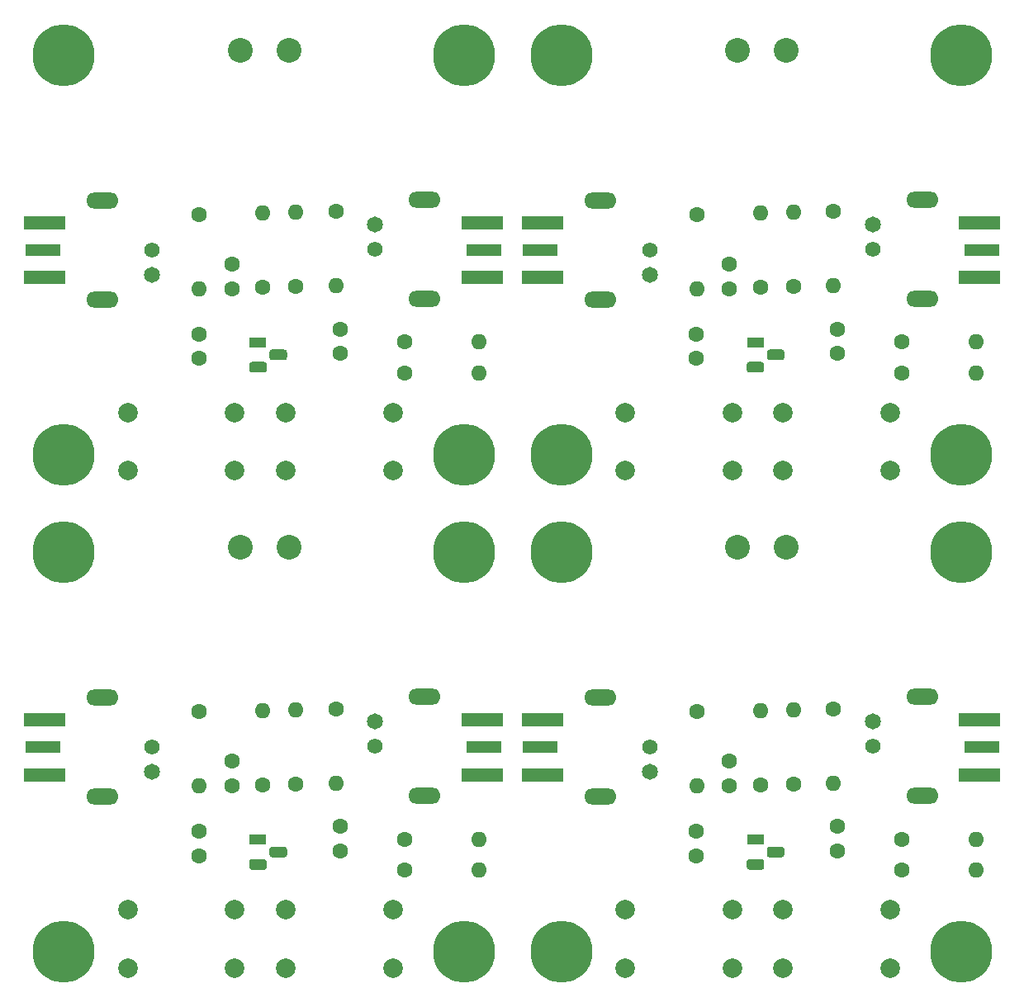
<source format=gts>
%MOIN*%
%OFA0B0*%
%FSLAX46Y46*%
%IPPOS*%
%LPD*%
%ADD10C,0.25*%
%ADD11C,0.062992125984251982*%
%ADD12C,0.062*%
%ADD13C,0.065*%
%ADD14O,0.13X0.065*%
%ADD15R,0.070866141732283464X0.043307086614173235*%
%ADD16O,0.062992125984251982X0.062992125984251982*%
%ADD17C,0.07874015748031496*%
%ADD18R,0.16535433070866143X0.053149606299212608*%
%ADD19R,0.14173228346456693X0.05*%
%ADD20C,0.1*%
%ADD31C,0.25*%
%ADD32C,0.062992125984251982*%
%ADD33C,0.062*%
%ADD34C,0.065*%
%ADD35O,0.13X0.065*%
%ADD36R,0.070866141732283464X0.043307086614173235*%
%ADD37O,0.062992125984251982X0.062992125984251982*%
%ADD38C,0.07874015748031496*%
%ADD39R,0.16535433070866143X0.053149606299212608*%
%ADD40R,0.14173228346456693X0.05*%
%ADD41C,0.1*%
%ADD42C,0.25*%
%ADD43C,0.062992125984251982*%
%ADD44C,0.062*%
%ADD45C,0.065*%
%ADD46O,0.13X0.065*%
%ADD47R,0.070866141732283464X0.043307086614173235*%
%ADD48O,0.062992125984251982X0.062992125984251982*%
%ADD49C,0.07874015748031496*%
%ADD50R,0.16535433070866143X0.053149606299212608*%
%ADD51R,0.14173228346456693X0.05*%
%ADD52C,0.1*%
%ADD53C,0.25*%
%ADD54C,0.062992125984251982*%
%ADD55C,0.062*%
%ADD56C,0.065*%
%ADD57O,0.13X0.065*%
%ADD58R,0.070866141732283464X0.043307086614173235*%
%ADD59O,0.062992125984251982X0.062992125984251982*%
%ADD60C,0.07874015748031496*%
%ADD61R,0.16535433070866143X0.053149606299212608*%
%ADD62R,0.14173228346456693X0.05*%
%ADD63C,0.1*%
G01*
D10*
X-0002600000Y0003329133D02*
X0000157480Y0001771653D03*
X0001771653Y0001771653D03*
X0000157480Y0000157480D03*
X0001771653Y0000157480D03*
D11*
X0000701999Y0000645559D03*
X0000701999Y0000547133D03*
X0001271999Y0000567133D03*
X0001271999Y0000665559D03*
X0000834999Y0000829133D03*
X0000834999Y0000927559D03*
D12*
X0000513999Y0000985133D03*
D13*
X0000513999Y0000885133D03*
D14*
X0000314000Y0000785133D03*
X0000314000Y0001185133D03*
X0001613999Y0000788133D03*
X0001613999Y0001188133D03*
D13*
X0001414000Y0001088133D03*
D12*
X0001414000Y0000988133D03*
G36*
G01*
X0000998141Y0000582787D02*
X0001047354Y0000582787D01*
G75*
G02*
X0001058181Y0000571960J-0000010826D01*
G01*
X0001058181Y0000550307D01*
G75*
G02*
X0001047354Y0000539480I-0000010826D01*
G01*
X0000998141Y0000539480D01*
G75*
G02*
X0000987314Y0000550307J0000010826D01*
G01*
X0000987314Y0000571960D01*
G75*
G02*
X0000998141Y0000582787I0000010826D01*
G01*
G37*
G36*
G01*
X0000916645Y0000532787D02*
X0000965858Y0000532787D01*
G75*
G02*
X0000976685Y0000521960J-0000010826D01*
G01*
X0000976685Y0000500307D01*
G75*
G02*
X0000965858Y0000489480I-0000010826D01*
G01*
X0000916645Y0000489480D01*
G75*
G02*
X0000905818Y0000500307J0000010826D01*
G01*
X0000905818Y0000521960D01*
G75*
G02*
X0000916645Y0000532787I0000010826D01*
G01*
G37*
D15*
X0000941251Y0000611133D03*
D16*
X0001254999Y0000840133D03*
D11*
X0001254999Y0001140133D03*
X0001093999Y0000837133D03*
D16*
X0001093999Y0001137133D03*
X0000960999Y0001133133D03*
D11*
X0000960999Y0000833133D03*
X0000703999Y0001129133D03*
D16*
X0000703999Y0000829133D03*
D11*
X0001531999Y0000489133D03*
D16*
X0001831999Y0000489133D03*
X0001831999Y0000613133D03*
D11*
X0001531999Y0000613133D03*
D17*
X0001051999Y0000093133D03*
X0001485070Y0000093133D03*
X0001051999Y0000329354D03*
X0001485070Y0000329354D03*
X0000848070Y0000329354D03*
X0000414999Y0000329354D03*
X0000848070Y0000093133D03*
X0000414999Y0000093133D03*
D18*
X0000080999Y0001095354D03*
X0000080999Y0000872913D03*
D19*
X0000073125Y0000984133D03*
X0001853873Y0000984251D03*
D18*
X0001845999Y0001095472D03*
X0001845999Y0000873031D03*
D20*
X0001066850Y0001791133D03*
X0000870000Y0001791133D03*
G04 next file*
G04 Gerber Fmt 4.6, Leading zero omitted, Abs format (unit mm)*
G04 Created by KiCad (PCBNEW (5.1.10)-1) date 2021-09-22 18:06:51*
G01*
G04 APERTURE LIST*
G04 APERTURE END LIST*
D31*
X-0000592125Y0003329133D02*
X0002165354Y0001771653D03*
X0003779527Y0001771653D03*
X0002165354Y0000157480D03*
X0003779527Y0000157480D03*
D32*
X0002709874Y0000645559D03*
X0002709874Y0000547133D03*
X0003279873Y0000567133D03*
X0003279873Y0000665559D03*
X0002842873Y0000829133D03*
X0002842873Y0000927559D03*
D33*
X0002521874Y0000985133D03*
D34*
X0002521874Y0000885133D03*
D35*
X0002321874Y0000785133D03*
X0002321874Y0001185133D03*
X0003621874Y0000788133D03*
X0003621874Y0001188133D03*
D34*
X0003421874Y0001088133D03*
D33*
X0003421874Y0000988133D03*
G36*
G01*
X0003006015Y0000582787D02*
X0003055228Y0000582787D01*
G75*
G02*
X0003066055Y0000571960J-0000010826D01*
G01*
X0003066055Y0000550307D01*
G75*
G02*
X0003055228Y0000539480I-0000010826D01*
G01*
X0003006015Y0000539480D01*
G75*
G02*
X0002995188Y0000550307J0000010826D01*
G01*
X0002995188Y0000571960D01*
G75*
G02*
X0003006015Y0000582787I0000010826D01*
G01*
G37*
G36*
G01*
X0002924519Y0000532787D02*
X0002973732Y0000532787D01*
G75*
G02*
X0002984559Y0000521960J-0000010826D01*
G01*
X0002984559Y0000500307D01*
G75*
G02*
X0002973732Y0000489480I-0000010826D01*
G01*
X0002924519Y0000489480D01*
G75*
G02*
X0002913692Y0000500307J0000010826D01*
G01*
X0002913692Y0000521960D01*
G75*
G02*
X0002924519Y0000532787I0000010826D01*
G01*
G37*
D36*
X0002949125Y0000611133D03*
D37*
X0003262874Y0000840133D03*
D32*
X0003262874Y0001140133D03*
X0003101874Y0000837133D03*
D37*
X0003101874Y0001137133D03*
X0002968873Y0001133133D03*
D32*
X0002968873Y0000833133D03*
X0002711873Y0001129133D03*
D37*
X0002711873Y0000829133D03*
D32*
X0003539873Y0000489133D03*
D37*
X0003839874Y0000489133D03*
X0003839874Y0000613133D03*
D32*
X0003539873Y0000613133D03*
D38*
X0003059874Y0000093133D03*
X0003492944Y0000093133D03*
X0003059874Y0000329354D03*
X0003492944Y0000329354D03*
X0002855944Y0000329354D03*
X0002422874Y0000329354D03*
X0002855944Y0000093133D03*
X0002422874Y0000093133D03*
D39*
X0002088873Y0001095354D03*
X0002088873Y0000872913D03*
D40*
X0002081000Y0000984133D03*
X0003861748Y0000984251D03*
D39*
X0003853873Y0001095472D03*
X0003853873Y0000873031D03*
D41*
X0003074724Y0001791133D03*
X0002877874Y0001791133D03*
G04 next file*
G04 Gerber Fmt 4.6, Leading zero omitted, Abs format (unit mm)*
G04 Created by KiCad (PCBNEW (5.1.10)-1) date 2021-09-22 18:06:51*
G01*
G04 APERTURE LIST*
G04 APERTURE END LIST*
D42*
X-0002600000Y0005337007D02*
X0000157480Y0003779527D03*
X0001771653Y0003779527D03*
X0000157480Y0002165354D03*
X0001771653Y0002165354D03*
D43*
X0000701999Y0002653433D03*
X0000701999Y0002555007D03*
X0001271999Y0002575007D03*
X0001271999Y0002673433D03*
X0000834999Y0002837007D03*
X0000834999Y0002935433D03*
D44*
X0000513999Y0002993007D03*
D45*
X0000513999Y0002893007D03*
D46*
X0000314000Y0002793007D03*
X0000314000Y0003193007D03*
X0001613999Y0002796007D03*
X0001613999Y0003196007D03*
D45*
X0001414000Y0003096007D03*
D44*
X0001414000Y0002996007D03*
G36*
G01*
X0000998141Y0002590661D02*
X0001047354Y0002590661D01*
G75*
G02*
X0001058181Y0002579834J-0000010826D01*
G01*
X0001058181Y0002558181D01*
G75*
G02*
X0001047354Y0002547354I-0000010826D01*
G01*
X0000998141Y0002547354D01*
G75*
G02*
X0000987314Y0002558181J0000010826D01*
G01*
X0000987314Y0002579834D01*
G75*
G02*
X0000998141Y0002590661I0000010826D01*
G01*
G37*
G36*
G01*
X0000916645Y0002540661D02*
X0000965858Y0002540661D01*
G75*
G02*
X0000976685Y0002529834J-0000010826D01*
G01*
X0000976685Y0002508181D01*
G75*
G02*
X0000965858Y0002497354I-0000010826D01*
G01*
X0000916645Y0002497354D01*
G75*
G02*
X0000905818Y0002508181J0000010826D01*
G01*
X0000905818Y0002529834D01*
G75*
G02*
X0000916645Y0002540661I0000010826D01*
G01*
G37*
D47*
X0000941251Y0002619007D03*
D48*
X0001254999Y0002848007D03*
D43*
X0001254999Y0003148007D03*
X0001093999Y0002845007D03*
D48*
X0001093999Y0003145007D03*
X0000960999Y0003141007D03*
D43*
X0000960999Y0002841007D03*
X0000703999Y0003137007D03*
D48*
X0000703999Y0002837007D03*
D43*
X0001531999Y0002497007D03*
D48*
X0001831999Y0002497007D03*
X0001831999Y0002621007D03*
D43*
X0001531999Y0002621007D03*
D49*
X0001051999Y0002101007D03*
X0001485070Y0002101007D03*
X0001051999Y0002337228D03*
X0001485070Y0002337228D03*
X0000848070Y0002337228D03*
X0000414999Y0002337228D03*
X0000848070Y0002101007D03*
X0000414999Y0002101007D03*
D50*
X0000080999Y0003103228D03*
X0000080999Y0002880787D03*
D51*
X0000073125Y0002992007D03*
X0001853873Y0002992125D03*
D50*
X0001845999Y0003103346D03*
X0001845999Y0002880905D03*
D52*
X0001066850Y0003799007D03*
X0000870000Y0003799007D03*
G04 next file*
G04 Gerber Fmt 4.6, Leading zero omitted, Abs format (unit mm)*
G04 Created by KiCad (PCBNEW (5.1.10)-1) date 2021-09-22 18:06:51*
G01*
G04 APERTURE LIST*
G04 APERTURE END LIST*
D53*
X-0000592125Y0005337007D02*
X0002165354Y0003779527D03*
X0003779527Y0003779527D03*
X0002165354Y0002165354D03*
X0003779527Y0002165354D03*
D54*
X0002709874Y0002653433D03*
X0002709874Y0002555007D03*
X0003279873Y0002575007D03*
X0003279873Y0002673433D03*
X0002842873Y0002837007D03*
X0002842873Y0002935433D03*
D55*
X0002521874Y0002993007D03*
D56*
X0002521874Y0002893007D03*
D57*
X0002321874Y0002793007D03*
X0002321874Y0003193007D03*
X0003621874Y0002796007D03*
X0003621874Y0003196007D03*
D56*
X0003421874Y0003096007D03*
D55*
X0003421874Y0002996007D03*
G36*
G01*
X0003006015Y0002590661D02*
X0003055228Y0002590661D01*
G75*
G02*
X0003066055Y0002579834J-0000010826D01*
G01*
X0003066055Y0002558181D01*
G75*
G02*
X0003055228Y0002547354I-0000010826D01*
G01*
X0003006015Y0002547354D01*
G75*
G02*
X0002995188Y0002558181J0000010826D01*
G01*
X0002995188Y0002579834D01*
G75*
G02*
X0003006015Y0002590661I0000010826D01*
G01*
G37*
G36*
G01*
X0002924519Y0002540661D02*
X0002973732Y0002540661D01*
G75*
G02*
X0002984559Y0002529834J-0000010826D01*
G01*
X0002984559Y0002508181D01*
G75*
G02*
X0002973732Y0002497354I-0000010826D01*
G01*
X0002924519Y0002497354D01*
G75*
G02*
X0002913692Y0002508181J0000010826D01*
G01*
X0002913692Y0002529834D01*
G75*
G02*
X0002924519Y0002540661I0000010826D01*
G01*
G37*
D58*
X0002949125Y0002619007D03*
D59*
X0003262874Y0002848007D03*
D54*
X0003262874Y0003148007D03*
X0003101874Y0002845007D03*
D59*
X0003101874Y0003145007D03*
X0002968873Y0003141007D03*
D54*
X0002968873Y0002841007D03*
X0002711873Y0003137007D03*
D59*
X0002711873Y0002837007D03*
D54*
X0003539873Y0002497007D03*
D59*
X0003839874Y0002497007D03*
X0003839874Y0002621007D03*
D54*
X0003539873Y0002621007D03*
D60*
X0003059874Y0002101007D03*
X0003492944Y0002101007D03*
X0003059874Y0002337228D03*
X0003492944Y0002337228D03*
X0002855944Y0002337228D03*
X0002422874Y0002337228D03*
X0002855944Y0002101007D03*
X0002422874Y0002101007D03*
D61*
X0002088873Y0003103228D03*
X0002088873Y0002880787D03*
D62*
X0002081000Y0002992007D03*
X0003861748Y0002992125D03*
D61*
X0003853873Y0003103346D03*
X0003853873Y0002880905D03*
D63*
X0003074724Y0003799007D03*
X0002877874Y0003799007D03*
M02*
</source>
